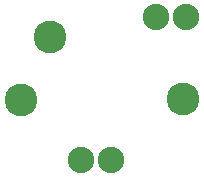
<source format=gts>
G04 MADE WITH FRITZING*
G04 WWW.FRITZING.ORG*
G04 DOUBLE SIDED*
G04 HOLES PLATED*
G04 CONTOUR ON CENTER OF CONTOUR VECTOR*
%ASAXBY*%
%FSLAX23Y23*%
%MOIN*%
%OFA0B0*%
%SFA1.0B1.0*%
%ADD10C,0.109055*%
%ADD11C,0.088000*%
%LNMASK1*%
G90*
G70*
G54D10*
X237Y477D03*
X140Y270D03*
X679Y272D03*
G54D11*
X340Y70D03*
X440Y70D03*
X340Y70D03*
X440Y70D03*
X590Y545D03*
X690Y545D03*
X590Y545D03*
X690Y545D03*
G04 End of Mask1*
M02*
</source>
